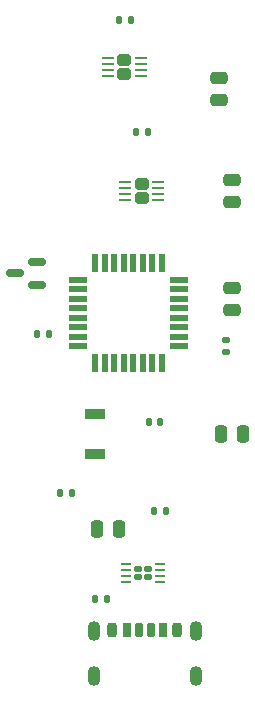
<source format=gbr>
%TF.GenerationSoftware,KiCad,Pcbnew,8.0.7*%
%TF.CreationDate,2025-01-03T21:58:43-07:00*%
%TF.ProjectId,Hat PCB,48617420-5043-4422-9e6b-696361645f70,rev?*%
%TF.SameCoordinates,Original*%
%TF.FileFunction,Paste,Top*%
%TF.FilePolarity,Positive*%
%FSLAX46Y46*%
G04 Gerber Fmt 4.6, Leading zero omitted, Abs format (unit mm)*
G04 Created by KiCad (PCBNEW 8.0.7) date 2025-01-03 21:58:43*
%MOMM*%
%LPD*%
G01*
G04 APERTURE LIST*
G04 Aperture macros list*
%AMRoundRect*
0 Rectangle with rounded corners*
0 $1 Rounding radius*
0 $2 $3 $4 $5 $6 $7 $8 $9 X,Y pos of 4 corners*
0 Add a 4 corners polygon primitive as box body*
4,1,4,$2,$3,$4,$5,$6,$7,$8,$9,$2,$3,0*
0 Add four circle primitives for the rounded corners*
1,1,$1+$1,$2,$3*
1,1,$1+$1,$4,$5*
1,1,$1+$1,$6,$7*
1,1,$1+$1,$8,$9*
0 Add four rect primitives between the rounded corners*
20,1,$1+$1,$2,$3,$4,$5,0*
20,1,$1+$1,$4,$5,$6,$7,0*
20,1,$1+$1,$6,$7,$8,$9,0*
20,1,$1+$1,$8,$9,$2,$3,0*%
G04 Aperture macros list end*
%ADD10RoundRect,0.135000X0.135000X0.185000X-0.135000X0.185000X-0.135000X-0.185000X0.135000X-0.185000X0*%
%ADD11RoundRect,0.135000X-0.135000X-0.185000X0.135000X-0.185000X0.135000X0.185000X-0.135000X0.185000X0*%
%ADD12RoundRect,0.250000X0.475000X-0.250000X0.475000X0.250000X-0.475000X0.250000X-0.475000X-0.250000X0*%
%ADD13RoundRect,0.250000X-0.475000X0.250000X-0.475000X-0.250000X0.475000X-0.250000X0.475000X0.250000X0*%
%ADD14RoundRect,0.242500X-0.342500X-0.242500X0.342500X-0.242500X0.342500X0.242500X-0.342500X0.242500X0*%
%ADD15RoundRect,0.062500X-0.412500X-0.062500X0.412500X-0.062500X0.412500X0.062500X-0.412500X0.062500X0*%
%ADD16RoundRect,0.147500X0.147500X0.172500X-0.147500X0.172500X-0.147500X-0.172500X0.147500X-0.172500X0*%
%ADD17RoundRect,0.140000X-0.205000X-0.140000X0.205000X-0.140000X0.205000X0.140000X-0.205000X0.140000X0*%
%ADD18RoundRect,0.062500X-0.337500X-0.062500X0.337500X-0.062500X0.337500X0.062500X-0.337500X0.062500X0*%
%ADD19RoundRect,0.250000X-0.250000X-0.475000X0.250000X-0.475000X0.250000X0.475000X-0.250000X0.475000X0*%
%ADD20RoundRect,0.135000X0.185000X-0.135000X0.185000X0.135000X-0.185000X0.135000X-0.185000X-0.135000X0*%
%ADD21R,1.600000X0.550000*%
%ADD22R,0.550000X1.600000*%
%ADD23RoundRect,0.175000X-0.175000X-0.425000X0.175000X-0.425000X0.175000X0.425000X-0.175000X0.425000X0*%
%ADD24RoundRect,0.190000X0.190000X0.410000X-0.190000X0.410000X-0.190000X-0.410000X0.190000X-0.410000X0*%
%ADD25RoundRect,0.200000X0.200000X0.400000X-0.200000X0.400000X-0.200000X-0.400000X0.200000X-0.400000X0*%
%ADD26RoundRect,0.175000X0.175000X0.425000X-0.175000X0.425000X-0.175000X-0.425000X0.175000X-0.425000X0*%
%ADD27RoundRect,0.190000X-0.190000X-0.410000X0.190000X-0.410000X0.190000X0.410000X-0.190000X0.410000X0*%
%ADD28RoundRect,0.200000X-0.200000X-0.400000X0.200000X-0.400000X0.200000X0.400000X-0.200000X0.400000X0*%
%ADD29O,1.100000X1.700000*%
%ADD30RoundRect,0.150000X0.587500X0.150000X-0.587500X0.150000X-0.587500X-0.150000X0.587500X-0.150000X0*%
%ADD31R,1.700000X0.900000*%
G04 APERTURE END LIST*
D10*
%TO.C,R6*%
X248470000Y-147550000D03*
X247450000Y-147550000D03*
%TD*%
D11*
%TO.C,R5*%
X250917500Y-108000000D03*
X251937500Y-108000000D03*
%TD*%
%TO.C,R1*%
X242530000Y-125050000D03*
X243550000Y-125050000D03*
%TD*%
D12*
%TO.C,C1*%
X259050000Y-123050000D03*
X259050000Y-121150000D03*
%TD*%
D13*
%TO.C,C3*%
X257937500Y-103375000D03*
X257937500Y-105275000D03*
%TD*%
D11*
%TO.C,R7*%
X252430000Y-140050000D03*
X253450000Y-140050000D03*
%TD*%
D14*
%TO.C,U3*%
X251387500Y-112375000D03*
X251387500Y-113575000D03*
D15*
X249987500Y-112225000D03*
X249987500Y-112725000D03*
X249987500Y-113225000D03*
X249987500Y-113725000D03*
X252787500Y-113725000D03*
X252787500Y-113225000D03*
X252787500Y-112725000D03*
X252787500Y-112225000D03*
%TD*%
D11*
%TO.C,R4*%
X249480000Y-98500000D03*
X250500000Y-98500000D03*
%TD*%
D16*
%TO.C,D1*%
X252950000Y-132550000D03*
X251980000Y-132550000D03*
%TD*%
D13*
%TO.C,C2*%
X259000000Y-112000000D03*
X259000000Y-113900000D03*
%TD*%
D11*
%TO.C,R3*%
X244480000Y-138500000D03*
X245500000Y-138500000D03*
%TD*%
D17*
%TO.C,U4*%
X251075000Y-144950000D03*
X251075000Y-145650000D03*
X251925000Y-144950000D03*
X251925000Y-145650000D03*
D18*
X250050000Y-144550000D03*
X250050000Y-145050000D03*
X250050000Y-145550000D03*
X250050000Y-146050000D03*
X252950000Y-146050000D03*
X252950000Y-145550000D03*
X252950000Y-145050000D03*
X252950000Y-144550000D03*
%TD*%
D19*
%TO.C,C5*%
X258050000Y-133550000D03*
X259950000Y-133550000D03*
%TD*%
D20*
%TO.C,R2*%
X258490000Y-126610000D03*
X258490000Y-125590000D03*
%TD*%
D19*
%TO.C,C4*%
X247550000Y-141550000D03*
X249450000Y-141550000D03*
%TD*%
D21*
%TO.C,U1*%
X246000000Y-120500000D03*
X246000000Y-121300000D03*
X246000000Y-122100000D03*
X246000000Y-122900000D03*
X246000000Y-123700000D03*
X246000000Y-124500000D03*
X246000000Y-125300000D03*
X246000000Y-126100000D03*
D22*
X247450000Y-127550000D03*
X248250000Y-127550000D03*
X249050000Y-127550000D03*
X249850000Y-127550000D03*
X250650000Y-127550000D03*
X251450000Y-127550000D03*
X252250000Y-127550000D03*
X253050000Y-127550000D03*
D21*
X254500000Y-126100000D03*
X254500000Y-125300000D03*
X254500000Y-124500000D03*
X254500000Y-123700000D03*
X254500000Y-122900000D03*
X254500000Y-122100000D03*
X254500000Y-121300000D03*
X254500000Y-120500000D03*
D22*
X253050000Y-119050000D03*
X252250000Y-119050000D03*
X251450000Y-119050000D03*
X250650000Y-119050000D03*
X249850000Y-119050000D03*
X249050000Y-119050000D03*
X248250000Y-119050000D03*
X247450000Y-119050000D03*
%TD*%
D23*
%TO.C,P1*%
X251130000Y-150170000D03*
D24*
X253150000Y-150170000D03*
D25*
X254380000Y-150170000D03*
D26*
X252130000Y-150170000D03*
D27*
X250110000Y-150170000D03*
D28*
X248880000Y-150170000D03*
D29*
X247310000Y-150250000D03*
X247310000Y-154050000D03*
X255950000Y-150250000D03*
X255950000Y-154050000D03*
%TD*%
D30*
%TO.C,Q1*%
X242500000Y-120900000D03*
X242500000Y-119000000D03*
X240625000Y-119950000D03*
%TD*%
D31*
%TO.C,SW1*%
X247450000Y-135250000D03*
X247450000Y-131850000D03*
%TD*%
D14*
%TO.C,U2*%
X249887500Y-101875000D03*
X249887500Y-103075000D03*
D15*
X248487500Y-101725000D03*
X248487500Y-102225000D03*
X248487500Y-102725000D03*
X248487500Y-103225000D03*
X251287500Y-103225000D03*
X251287500Y-102725000D03*
X251287500Y-102225000D03*
X251287500Y-101725000D03*
%TD*%
M02*

</source>
